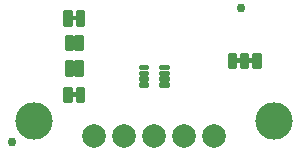
<source format=gbs>
G04 EAGLE Gerber RS-274X export*
G75*
%MOMM*%
%FSLAX34Y34*%
%LPD*%
%INSoldermask Bottom*%
%IPPOS*%
%AMOC8*
5,1,8,0,0,1.08239X$1,22.5*%
G01*
%ADD10C,0.762000*%
%ADD11C,3.175000*%
%ADD12C,0.228344*%
%ADD13C,0.230578*%
%ADD14C,0.228600*%
%ADD15C,2.006600*%

G36*
X60898Y110375D02*
X60898Y110375D01*
X60964Y110377D01*
X61007Y110395D01*
X61054Y110403D01*
X61111Y110437D01*
X61171Y110462D01*
X61206Y110493D01*
X61247Y110518D01*
X61289Y110569D01*
X61337Y110613D01*
X61359Y110655D01*
X61388Y110692D01*
X61409Y110754D01*
X61440Y110813D01*
X61448Y110867D01*
X61460Y110904D01*
X61459Y110944D01*
X61467Y110998D01*
X61467Y113538D01*
X61456Y113603D01*
X61454Y113669D01*
X61436Y113712D01*
X61428Y113759D01*
X61394Y113816D01*
X61369Y113876D01*
X61338Y113911D01*
X61313Y113952D01*
X61262Y113994D01*
X61218Y114042D01*
X61176Y114064D01*
X61139Y114093D01*
X61077Y114114D01*
X61018Y114145D01*
X60964Y114153D01*
X60927Y114165D01*
X60887Y114164D01*
X60833Y114172D01*
X57023Y114172D01*
X56958Y114161D01*
X56892Y114159D01*
X56849Y114141D01*
X56802Y114133D01*
X56745Y114099D01*
X56685Y114074D01*
X56650Y114043D01*
X56609Y114018D01*
X56568Y113967D01*
X56519Y113923D01*
X56497Y113881D01*
X56468Y113844D01*
X56447Y113782D01*
X56416Y113723D01*
X56408Y113669D01*
X56396Y113632D01*
X56396Y113629D01*
X56397Y113592D01*
X56389Y113538D01*
X56389Y110998D01*
X56400Y110933D01*
X56402Y110867D01*
X56420Y110824D01*
X56428Y110777D01*
X56462Y110720D01*
X56487Y110660D01*
X56518Y110625D01*
X56543Y110584D01*
X56594Y110543D01*
X56638Y110494D01*
X56680Y110472D01*
X56717Y110443D01*
X56779Y110422D01*
X56838Y110391D01*
X56892Y110383D01*
X56929Y110371D01*
X56969Y110372D01*
X57023Y110364D01*
X60833Y110364D01*
X60898Y110375D01*
G37*
G36*
X210250Y74307D02*
X210250Y74307D01*
X210316Y74309D01*
X210359Y74327D01*
X210406Y74335D01*
X210463Y74369D01*
X210523Y74394D01*
X210558Y74425D01*
X210599Y74450D01*
X210641Y74501D01*
X210689Y74545D01*
X210711Y74587D01*
X210740Y74624D01*
X210761Y74686D01*
X210792Y74745D01*
X210800Y74799D01*
X210812Y74836D01*
X210811Y74876D01*
X210819Y74930D01*
X210819Y77470D01*
X210808Y77535D01*
X210806Y77601D01*
X210788Y77644D01*
X210780Y77691D01*
X210746Y77748D01*
X210721Y77808D01*
X210690Y77843D01*
X210665Y77884D01*
X210614Y77926D01*
X210570Y77974D01*
X210528Y77996D01*
X210491Y78025D01*
X210429Y78046D01*
X210370Y78077D01*
X210316Y78085D01*
X210279Y78097D01*
X210239Y78096D01*
X210185Y78104D01*
X206375Y78104D01*
X206310Y78093D01*
X206244Y78091D01*
X206201Y78073D01*
X206154Y78065D01*
X206097Y78031D01*
X206037Y78006D01*
X206002Y77975D01*
X205961Y77950D01*
X205920Y77899D01*
X205871Y77855D01*
X205849Y77813D01*
X205820Y77776D01*
X205799Y77714D01*
X205768Y77655D01*
X205760Y77601D01*
X205748Y77564D01*
X205748Y77561D01*
X205749Y77524D01*
X205741Y77470D01*
X205741Y74930D01*
X205752Y74865D01*
X205754Y74799D01*
X205772Y74756D01*
X205780Y74709D01*
X205814Y74652D01*
X205839Y74592D01*
X205870Y74557D01*
X205895Y74516D01*
X205946Y74475D01*
X205990Y74426D01*
X206032Y74404D01*
X206069Y74375D01*
X206131Y74354D01*
X206190Y74323D01*
X206244Y74315D01*
X206281Y74303D01*
X206321Y74304D01*
X206375Y74296D01*
X210185Y74296D01*
X210250Y74307D01*
G37*
G36*
X200090Y74307D02*
X200090Y74307D01*
X200156Y74309D01*
X200199Y74327D01*
X200246Y74335D01*
X200303Y74369D01*
X200363Y74394D01*
X200398Y74425D01*
X200439Y74450D01*
X200481Y74501D01*
X200529Y74545D01*
X200551Y74587D01*
X200580Y74624D01*
X200601Y74686D01*
X200632Y74745D01*
X200640Y74799D01*
X200652Y74836D01*
X200651Y74876D01*
X200659Y74930D01*
X200659Y77470D01*
X200648Y77535D01*
X200646Y77601D01*
X200628Y77644D01*
X200620Y77691D01*
X200586Y77748D01*
X200561Y77808D01*
X200530Y77843D01*
X200505Y77884D01*
X200454Y77926D01*
X200410Y77974D01*
X200368Y77996D01*
X200331Y78025D01*
X200269Y78046D01*
X200210Y78077D01*
X200156Y78085D01*
X200119Y78097D01*
X200079Y78096D01*
X200025Y78104D01*
X196215Y78104D01*
X196150Y78093D01*
X196084Y78091D01*
X196041Y78073D01*
X195994Y78065D01*
X195937Y78031D01*
X195877Y78006D01*
X195842Y77975D01*
X195801Y77950D01*
X195760Y77899D01*
X195711Y77855D01*
X195689Y77813D01*
X195660Y77776D01*
X195639Y77714D01*
X195608Y77655D01*
X195600Y77601D01*
X195588Y77564D01*
X195588Y77561D01*
X195589Y77524D01*
X195581Y77470D01*
X195581Y74930D01*
X195592Y74865D01*
X195594Y74799D01*
X195612Y74756D01*
X195620Y74709D01*
X195654Y74652D01*
X195679Y74592D01*
X195710Y74557D01*
X195735Y74516D01*
X195786Y74475D01*
X195830Y74426D01*
X195872Y74404D01*
X195909Y74375D01*
X195971Y74354D01*
X196030Y74323D01*
X196084Y74315D01*
X196121Y74303D01*
X196161Y74304D01*
X196215Y74296D01*
X200025Y74296D01*
X200090Y74307D01*
G37*
G36*
X60898Y45605D02*
X60898Y45605D01*
X60964Y45607D01*
X61007Y45625D01*
X61054Y45633D01*
X61111Y45667D01*
X61171Y45692D01*
X61206Y45723D01*
X61247Y45748D01*
X61289Y45799D01*
X61337Y45843D01*
X61359Y45885D01*
X61388Y45922D01*
X61409Y45984D01*
X61440Y46043D01*
X61448Y46097D01*
X61460Y46134D01*
X61459Y46174D01*
X61467Y46228D01*
X61467Y48768D01*
X61456Y48833D01*
X61454Y48899D01*
X61436Y48942D01*
X61428Y48989D01*
X61394Y49046D01*
X61369Y49106D01*
X61338Y49141D01*
X61313Y49182D01*
X61262Y49224D01*
X61218Y49272D01*
X61176Y49294D01*
X61139Y49323D01*
X61077Y49344D01*
X61018Y49375D01*
X60964Y49383D01*
X60927Y49395D01*
X60887Y49394D01*
X60833Y49402D01*
X57023Y49402D01*
X56958Y49391D01*
X56892Y49389D01*
X56849Y49371D01*
X56802Y49363D01*
X56745Y49329D01*
X56685Y49304D01*
X56650Y49273D01*
X56609Y49248D01*
X56568Y49197D01*
X56519Y49153D01*
X56497Y49111D01*
X56468Y49074D01*
X56447Y49012D01*
X56416Y48953D01*
X56408Y48899D01*
X56396Y48862D01*
X56396Y48859D01*
X56397Y48822D01*
X56389Y48768D01*
X56389Y46228D01*
X56400Y46163D01*
X56402Y46097D01*
X56420Y46054D01*
X56428Y46007D01*
X56462Y45950D01*
X56487Y45890D01*
X56518Y45855D01*
X56543Y45814D01*
X56594Y45773D01*
X56638Y45724D01*
X56680Y45702D01*
X56717Y45673D01*
X56779Y45652D01*
X56838Y45621D01*
X56892Y45613D01*
X56929Y45601D01*
X56969Y45602D01*
X57023Y45594D01*
X60833Y45594D01*
X60898Y45605D01*
G37*
D10*
X200660Y120650D03*
X6350Y7620D03*
D11*
X228600Y25400D03*
X25400Y25400D03*
D12*
X210818Y82044D02*
X216410Y82044D01*
X216410Y70356D01*
X210818Y70356D01*
X210818Y82044D01*
X210818Y72525D02*
X216410Y72525D01*
X216410Y74694D02*
X210818Y74694D01*
X210818Y76863D02*
X216410Y76863D01*
X216410Y79032D02*
X210818Y79032D01*
X210818Y81201D02*
X216410Y81201D01*
X205996Y82044D02*
X200404Y82044D01*
X205996Y82044D02*
X205996Y70356D01*
X200404Y70356D01*
X200404Y82044D01*
X200404Y72525D02*
X205996Y72525D01*
X205996Y74694D02*
X200404Y74694D01*
X200404Y76863D02*
X205996Y76863D01*
X205996Y79032D02*
X200404Y79032D01*
X200404Y81201D02*
X205996Y81201D01*
X195582Y82044D02*
X189990Y82044D01*
X195582Y82044D02*
X195582Y70356D01*
X189990Y70356D01*
X189990Y82044D01*
X189990Y72525D02*
X195582Y72525D01*
X195582Y74694D02*
X189990Y74694D01*
X189990Y76863D02*
X195582Y76863D01*
X195582Y79032D02*
X189990Y79032D01*
X189990Y81201D02*
X195582Y81201D01*
X56517Y106424D02*
X50925Y106424D01*
X50925Y118112D01*
X56517Y118112D01*
X56517Y106424D01*
X56517Y108593D02*
X50925Y108593D01*
X50925Y110762D02*
X56517Y110762D01*
X56517Y112931D02*
X50925Y112931D01*
X50925Y115100D02*
X56517Y115100D01*
X56517Y117269D02*
X50925Y117269D01*
X61339Y106424D02*
X66931Y106424D01*
X61339Y106424D02*
X61339Y118112D01*
X66931Y118112D01*
X66931Y106424D01*
X66931Y108593D02*
X61339Y108593D01*
X61339Y110762D02*
X66931Y110762D01*
X66931Y112931D02*
X61339Y112931D01*
X61339Y115100D02*
X66931Y115100D01*
X66931Y117269D02*
X61339Y117269D01*
D13*
X115028Y54898D02*
X121192Y54898D01*
X115028Y54898D02*
X115028Y56862D01*
X121192Y56862D01*
X121192Y54898D01*
X121192Y59898D02*
X115028Y59898D01*
X115028Y61862D01*
X121192Y61862D01*
X121192Y59898D01*
X121192Y64898D02*
X115028Y64898D01*
X115028Y66862D01*
X121192Y66862D01*
X121192Y64898D01*
X121192Y69898D02*
X115028Y69898D01*
X115028Y71862D01*
X121192Y71862D01*
X121192Y69898D01*
X132228Y69898D02*
X138392Y69898D01*
X132228Y69898D02*
X132228Y71862D01*
X138392Y71862D01*
X138392Y69898D01*
X138392Y64898D02*
X132228Y64898D01*
X132228Y66862D01*
X138392Y66862D01*
X138392Y64898D01*
X138392Y59898D02*
X132228Y59898D01*
X132228Y61862D01*
X138392Y61862D01*
X138392Y59898D01*
X138392Y54898D02*
X132228Y54898D01*
X132228Y56862D01*
X138392Y56862D01*
X138392Y54898D01*
D14*
X65659Y75438D02*
X60325Y75438D01*
X65659Y75438D02*
X65659Y63754D01*
X60325Y63754D01*
X60325Y75438D01*
X60325Y65926D02*
X65659Y65926D01*
X65659Y68098D02*
X60325Y68098D01*
X60325Y70270D02*
X65659Y70270D01*
X65659Y72442D02*
X60325Y72442D01*
X60325Y74614D02*
X65659Y74614D01*
X57531Y75438D02*
X52197Y75438D01*
X57531Y75438D02*
X57531Y63754D01*
X52197Y63754D01*
X52197Y75438D01*
X52197Y65926D02*
X57531Y65926D01*
X57531Y68098D02*
X52197Y68098D01*
X52197Y70270D02*
X57531Y70270D01*
X57531Y72442D02*
X52197Y72442D01*
X52197Y74614D02*
X57531Y74614D01*
D15*
X76200Y12700D03*
X101600Y12700D03*
X127000Y12700D03*
X152400Y12700D03*
X177800Y12700D03*
D14*
X57531Y85598D02*
X52197Y85598D01*
X52197Y97282D01*
X57531Y97282D01*
X57531Y85598D01*
X57531Y87770D02*
X52197Y87770D01*
X52197Y89942D02*
X57531Y89942D01*
X57531Y92114D02*
X52197Y92114D01*
X52197Y94286D02*
X57531Y94286D01*
X57531Y96458D02*
X52197Y96458D01*
X60325Y85598D02*
X65659Y85598D01*
X60325Y85598D02*
X60325Y97282D01*
X65659Y97282D01*
X65659Y85598D01*
X65659Y87770D02*
X60325Y87770D01*
X60325Y89942D02*
X65659Y89942D01*
X65659Y92114D02*
X60325Y92114D01*
X60325Y94286D02*
X65659Y94286D01*
X65659Y96458D02*
X60325Y96458D01*
D12*
X61339Y53342D02*
X66931Y53342D01*
X66931Y41654D01*
X61339Y41654D01*
X61339Y53342D01*
X61339Y43823D02*
X66931Y43823D01*
X66931Y45992D02*
X61339Y45992D01*
X61339Y48161D02*
X66931Y48161D01*
X66931Y50330D02*
X61339Y50330D01*
X61339Y52499D02*
X66931Y52499D01*
X56517Y53342D02*
X50925Y53342D01*
X56517Y53342D02*
X56517Y41654D01*
X50925Y41654D01*
X50925Y53342D01*
X50925Y43823D02*
X56517Y43823D01*
X56517Y45992D02*
X50925Y45992D01*
X50925Y48161D02*
X56517Y48161D01*
X56517Y50330D02*
X50925Y50330D01*
X50925Y52499D02*
X56517Y52499D01*
M02*

</source>
